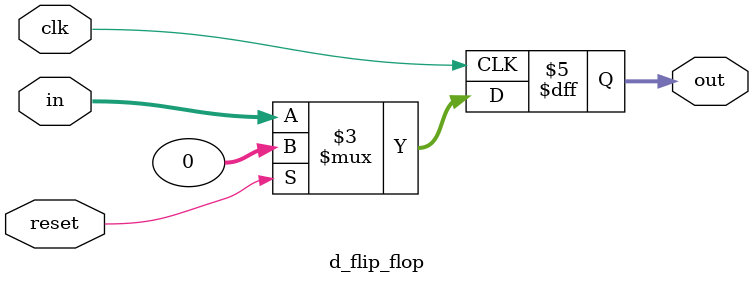
<source format=v>
module d_flip_flop (in,out,clk,reset);
input [31:0] in;
input clk,reset;
output reg [31:0] out;

always@(posedge clk)
	if (reset)
		out <= 0;
	else
		out <= in;
	
endmodule
</source>
